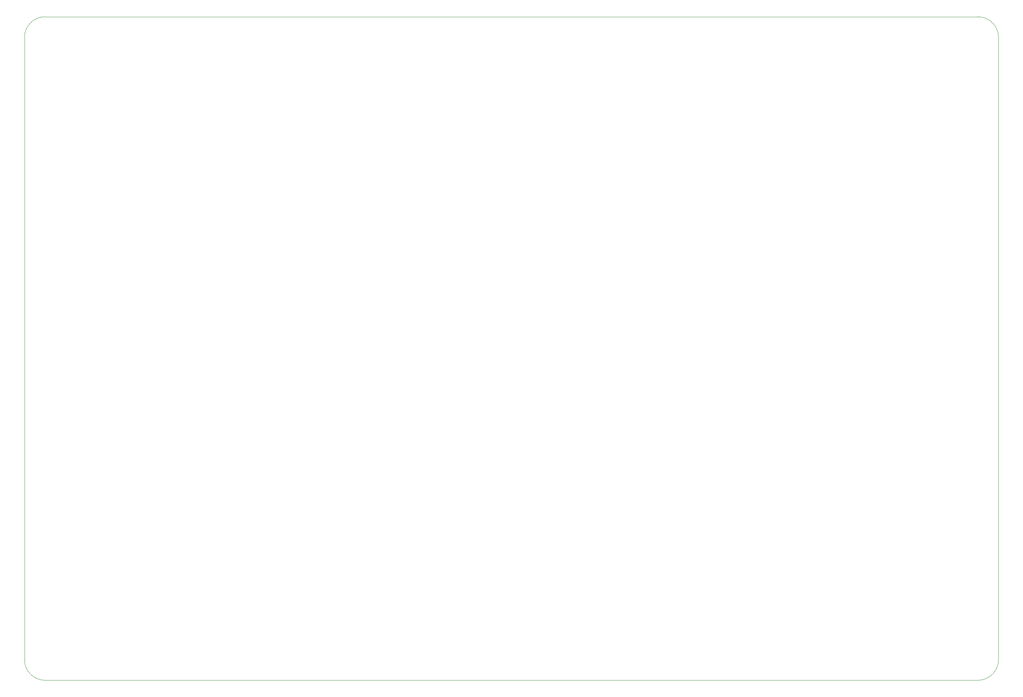
<source format=gbr>
%TF.GenerationSoftware,KiCad,Pcbnew,(6.0.11)*%
%TF.CreationDate,2024-03-10T14:23:25-04:00*%
%TF.ProjectId,input-output.SelfHost,696e7075-742d-46f7-9574-7075742e5365,rev?*%
%TF.SameCoordinates,Original*%
%TF.FileFunction,Profile,NP*%
%FSLAX46Y46*%
G04 Gerber Fmt 4.6, Leading zero omitted, Abs format (unit mm)*
G04 Created by KiCad (PCBNEW (6.0.11)) date 2024-03-10 14:23:25*
%MOMM*%
%LPD*%
G01*
G04 APERTURE LIST*
%TA.AperFunction,Profile*%
%ADD10C,0.050000*%
%TD*%
G04 APERTURE END LIST*
D10*
X35000000Y-75000000D02*
X35000000Y-225000000D01*
X40000000Y-230000000D02*
X265000000Y-230000000D01*
X270000000Y-225000000D02*
X270000000Y-75000000D01*
X265000000Y-70000000D02*
X40000000Y-70000000D01*
X270000000Y-75000000D02*
G75*
G03*
X265000000Y-70000000I-5000000J0D01*
G01*
X35000000Y-225000000D02*
G75*
G03*
X40000000Y-230000000I5000000J0D01*
G01*
X40000000Y-70000000D02*
G75*
G03*
X35000000Y-75000000I0J-5000000D01*
G01*
X265000000Y-230000000D02*
G75*
G03*
X270000000Y-225000000I0J5000000D01*
G01*
M02*

</source>
